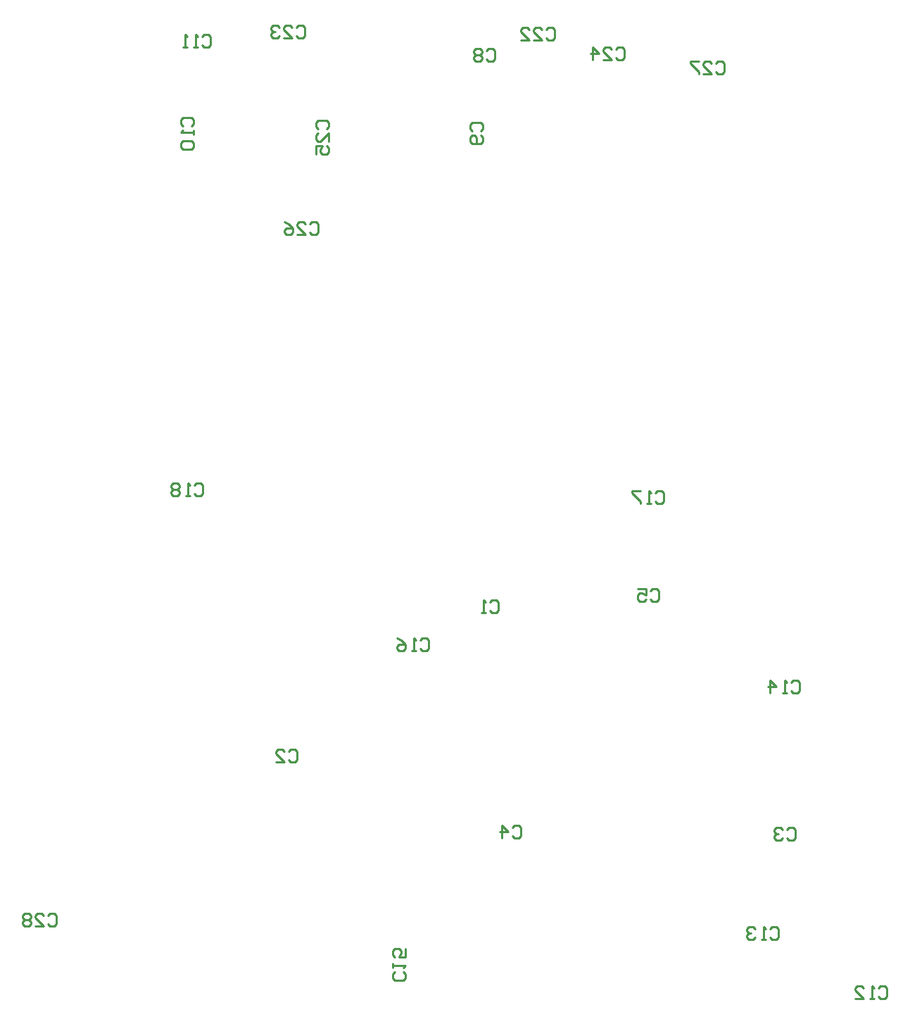
<source format=gbo>
G04 Layer_Color=13813960*
%FSLAX23Y23*%
%MOIN*%
G70*
G01*
G75*
%ADD12C,0.010*%
D12*
X3350Y2845D02*
X3360Y2855D01*
X3380D01*
X3390Y2845D01*
Y2805D01*
X3380Y2795D01*
X3360D01*
X3350Y2805D01*
X3330Y2795D02*
X3310D01*
X3320D01*
Y2855D01*
X3330Y2845D01*
X2395Y2140D02*
X2405Y2150D01*
X2425D01*
X2435Y2140D01*
Y2100D01*
X2425Y2090D01*
X2405D01*
X2395Y2100D01*
X2335Y2090D02*
X2375D01*
X2335Y2130D01*
Y2140D01*
X2345Y2150D01*
X2365D01*
X2375Y2140D01*
X4755Y1770D02*
X4765Y1780D01*
X4785D01*
X4795Y1770D01*
Y1730D01*
X4785Y1720D01*
X4765D01*
X4755Y1730D01*
X4735Y1770D02*
X4725Y1780D01*
X4705D01*
X4695Y1770D01*
Y1760D01*
X4705Y1750D01*
X4715D01*
X4705D01*
X4695Y1740D01*
Y1730D01*
X4705Y1720D01*
X4725D01*
X4735Y1730D01*
X3455Y1780D02*
X3465Y1790D01*
X3485D01*
X3495Y1780D01*
Y1740D01*
X3485Y1730D01*
X3465D01*
X3455Y1740D01*
X3405Y1730D02*
Y1790D01*
X3435Y1760D01*
X3395D01*
X4110Y2900D02*
X4120Y2910D01*
X4140D01*
X4150Y2900D01*
Y2860D01*
X4140Y2850D01*
X4120D01*
X4110Y2860D01*
X4050Y2910D02*
X4090D01*
Y2880D01*
X4070Y2890D01*
X4060D01*
X4050Y2880D01*
Y2860D01*
X4060Y2850D01*
X4080D01*
X4090Y2860D01*
X3331Y5457D02*
X3341Y5467D01*
X3361D01*
X3371Y5457D01*
Y5417D01*
X3361Y5407D01*
X3341D01*
X3331Y5417D01*
X3311Y5457D02*
X3301Y5467D01*
X3281D01*
X3271Y5457D01*
Y5447D01*
X3281Y5437D01*
X3271Y5427D01*
Y5417D01*
X3281Y5407D01*
X3301D01*
X3311Y5417D01*
Y5427D01*
X3301Y5437D01*
X3311Y5447D01*
Y5457D01*
X3301Y5437D02*
X3281D01*
X3265Y5075D02*
X3255Y5085D01*
Y5105D01*
X3265Y5115D01*
X3305D01*
X3315Y5105D01*
Y5085D01*
X3305Y5075D01*
Y5055D02*
X3315Y5045D01*
Y5025D01*
X3305Y5015D01*
X3265D01*
X3255Y5025D01*
Y5045D01*
X3265Y5055D01*
X3275D01*
X3285Y5045D01*
Y5015D01*
X1895Y5100D02*
X1885Y5110D01*
Y5130D01*
X1895Y5140D01*
X1935D01*
X1945Y5130D01*
Y5110D01*
X1935Y5100D01*
X1945Y5080D02*
Y5060D01*
Y5070D01*
X1885D01*
X1895Y5080D01*
Y5030D02*
X1885Y5020D01*
Y5000D01*
X1895Y4990D01*
X1935D01*
X1945Y5000D01*
Y5020D01*
X1935Y5030D01*
X1895D01*
X1986Y5522D02*
X1996Y5532D01*
X2016D01*
X2026Y5522D01*
Y5482D01*
X2016Y5472D01*
X1996D01*
X1986Y5482D01*
X1966Y5472D02*
X1946D01*
X1956D01*
Y5532D01*
X1966Y5522D01*
X1916Y5472D02*
X1896D01*
X1906D01*
Y5532D01*
X1916Y5522D01*
X5190Y1020D02*
X5200Y1030D01*
X5220D01*
X5230Y1020D01*
Y980D01*
X5220Y970D01*
X5200D01*
X5190Y980D01*
X5170Y970D02*
X5150D01*
X5160D01*
Y1030D01*
X5170Y1020D01*
X5080Y970D02*
X5120D01*
X5080Y1010D01*
Y1020D01*
X5090Y1030D01*
X5110D01*
X5120Y1020D01*
X4675Y1300D02*
X4685Y1310D01*
X4705D01*
X4715Y1300D01*
Y1260D01*
X4705Y1250D01*
X4685D01*
X4675Y1260D01*
X4655Y1250D02*
X4635D01*
X4645D01*
Y1310D01*
X4655Y1300D01*
X4605D02*
X4595Y1310D01*
X4575D01*
X4565Y1300D01*
Y1290D01*
X4575Y1280D01*
X4585D01*
X4575D01*
X4565Y1270D01*
Y1260D01*
X4575Y1250D01*
X4595D01*
X4605Y1260D01*
X4776Y2467D02*
X4786Y2477D01*
X4806D01*
X4816Y2467D01*
Y2427D01*
X4806Y2417D01*
X4786D01*
X4776Y2427D01*
X4756Y2417D02*
X4736D01*
X4746D01*
Y2477D01*
X4756Y2467D01*
X4676Y2417D02*
Y2477D01*
X4706Y2447D01*
X4666D01*
X2940Y1095D02*
X2950Y1085D01*
Y1065D01*
X2940Y1055D01*
X2900D01*
X2890Y1065D01*
Y1085D01*
X2900Y1095D01*
X2890Y1115D02*
Y1135D01*
Y1125D01*
X2950D01*
X2940Y1115D01*
X2950Y1205D02*
Y1165D01*
X2920D01*
X2930Y1185D01*
Y1195D01*
X2920Y1205D01*
X2900D01*
X2890Y1195D01*
Y1175D01*
X2900Y1165D01*
X3020Y2665D02*
X3030Y2675D01*
X3050D01*
X3060Y2665D01*
Y2625D01*
X3050Y2615D01*
X3030D01*
X3020Y2625D01*
X3000Y2615D02*
X2980D01*
X2990D01*
Y2675D01*
X3000Y2665D01*
X2910Y2675D02*
X2930Y2665D01*
X2950Y2645D01*
Y2625D01*
X2940Y2615D01*
X2920D01*
X2910Y2625D01*
Y2635D01*
X2920Y2645D01*
X2950D01*
X4131Y3362D02*
X4141Y3372D01*
X4161D01*
X4171Y3362D01*
Y3322D01*
X4161Y3312D01*
X4141D01*
X4131Y3322D01*
X4111Y3312D02*
X4091D01*
X4101D01*
Y3372D01*
X4111Y3362D01*
X4061Y3372D02*
X4021D01*
Y3362D01*
X4061Y3322D01*
Y3312D01*
X1950Y3400D02*
X1960Y3410D01*
X1980D01*
X1990Y3400D01*
Y3360D01*
X1980Y3350D01*
X1960D01*
X1950Y3360D01*
X1930Y3350D02*
X1910D01*
X1920D01*
Y3410D01*
X1930Y3400D01*
X1880D02*
X1870Y3410D01*
X1850D01*
X1840Y3400D01*
Y3390D01*
X1850Y3380D01*
X1840Y3370D01*
Y3360D01*
X1850Y3350D01*
X1870D01*
X1880Y3360D01*
Y3370D01*
X1870Y3380D01*
X1880Y3390D01*
Y3400D01*
X1870Y3380D02*
X1850D01*
X3616Y5557D02*
X3626Y5567D01*
X3646D01*
X3656Y5557D01*
Y5517D01*
X3646Y5507D01*
X3626D01*
X3616Y5517D01*
X3556Y5507D02*
X3596D01*
X3556Y5547D01*
Y5557D01*
X3566Y5567D01*
X3586D01*
X3596Y5557D01*
X3496Y5507D02*
X3536D01*
X3496Y5547D01*
Y5557D01*
X3506Y5567D01*
X3526D01*
X3536Y5557D01*
X2431Y5567D02*
X2441Y5577D01*
X2461D01*
X2471Y5567D01*
Y5527D01*
X2461Y5517D01*
X2441D01*
X2431Y5527D01*
X2371Y5517D02*
X2411D01*
X2371Y5557D01*
Y5567D01*
X2381Y5577D01*
X2401D01*
X2411Y5567D01*
X2351D02*
X2341Y5577D01*
X2321D01*
X2311Y5567D01*
Y5557D01*
X2321Y5547D01*
X2331D01*
X2321D01*
X2311Y5537D01*
Y5527D01*
X2321Y5517D01*
X2341D01*
X2351Y5527D01*
X3946Y5462D02*
X3956Y5472D01*
X3976D01*
X3986Y5462D01*
Y5422D01*
X3976Y5412D01*
X3956D01*
X3946Y5422D01*
X3886Y5412D02*
X3926D01*
X3886Y5452D01*
Y5462D01*
X3896Y5472D01*
X3916D01*
X3926Y5462D01*
X3836Y5412D02*
Y5472D01*
X3866Y5442D01*
X3826D01*
X2535Y5085D02*
X2525Y5095D01*
Y5115D01*
X2535Y5125D01*
X2575D01*
X2585Y5115D01*
Y5095D01*
X2575Y5085D01*
X2585Y5025D02*
Y5065D01*
X2545Y5025D01*
X2535D01*
X2525Y5035D01*
Y5055D01*
X2535Y5065D01*
X2525Y4965D02*
Y5005D01*
X2555D01*
X2545Y4985D01*
Y4975D01*
X2555Y4965D01*
X2575D01*
X2585Y4975D01*
Y4995D01*
X2575Y5005D01*
X2495Y4635D02*
X2505Y4645D01*
X2525D01*
X2535Y4635D01*
Y4595D01*
X2525Y4585D01*
X2505D01*
X2495Y4595D01*
X2435Y4585D02*
X2475D01*
X2435Y4625D01*
Y4635D01*
X2445Y4645D01*
X2465D01*
X2475Y4635D01*
X2375Y4645D02*
X2395Y4635D01*
X2415Y4615D01*
Y4595D01*
X2405Y4585D01*
X2385D01*
X2375Y4595D01*
Y4605D01*
X2385Y4615D01*
X2415D01*
X4420Y5395D02*
X4430Y5405D01*
X4450D01*
X4460Y5395D01*
Y5355D01*
X4450Y5345D01*
X4430D01*
X4420Y5355D01*
X4360Y5345D02*
X4400D01*
X4360Y5385D01*
Y5395D01*
X4370Y5405D01*
X4390D01*
X4400Y5395D01*
X4340Y5405D02*
X4300D01*
Y5395D01*
X4340Y5355D01*
Y5345D01*
X1256Y1362D02*
X1266Y1372D01*
X1286D01*
X1296Y1362D01*
Y1322D01*
X1286Y1312D01*
X1266D01*
X1256Y1322D01*
X1196Y1312D02*
X1236D01*
X1196Y1352D01*
Y1362D01*
X1206Y1372D01*
X1226D01*
X1236Y1362D01*
X1176D02*
X1166Y1372D01*
X1146D01*
X1136Y1362D01*
Y1352D01*
X1146Y1342D01*
X1136Y1332D01*
Y1322D01*
X1146Y1312D01*
X1166D01*
X1176Y1322D01*
Y1332D01*
X1166Y1342D01*
X1176Y1352D01*
Y1362D01*
X1166Y1342D02*
X1146D01*
M02*

</source>
